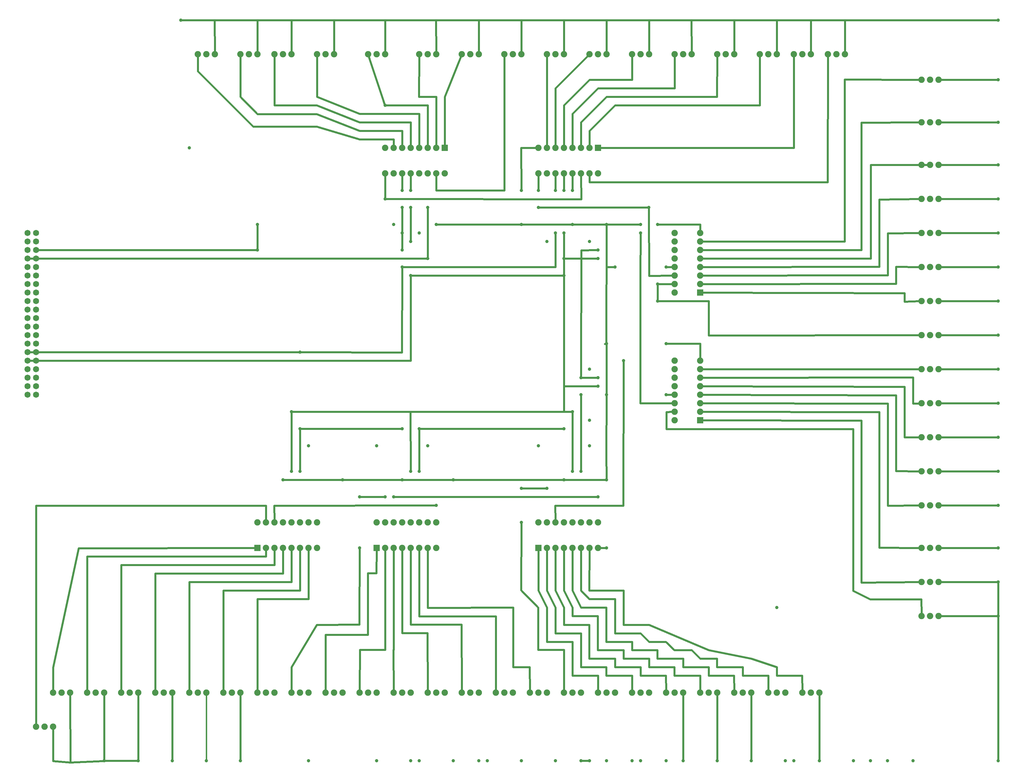
<source format=gtl>
G04 MADE WITH FRITZING*
G04 WWW.FRITZING.ORG*
G04 DOUBLE SIDED*
G04 HOLES PLATED*
G04 CONTOUR ON CENTER OF CONTOUR VECTOR*
%ASAXBY*%
%FSLAX23Y23*%
%MOIN*%
%OFA0B0*%
%SFA1.0B1.0*%
%ADD10C,0.039370*%
%ADD11C,0.075000*%
%ADD12C,0.071889*%
%ADD13C,0.071917*%
%ADD14R,0.075000X0.075000*%
%ADD15C,0.024000*%
%ADD16C,0.016000*%
%LNCOPPER1*%
G90*
G70*
G54D10*
X4844Y9248D03*
X4744Y8948D03*
X4544Y8948D03*
X2844Y9048D03*
X2844Y8748D03*
X4644Y9448D03*
X4644Y9248D03*
X4644Y8848D03*
X4644Y8448D03*
X4544Y9448D03*
X4544Y9248D03*
X4544Y8748D03*
X4544Y8548D03*
X4444Y9048D03*
X4944Y9048D03*
X5944Y9448D03*
X5944Y9048D03*
X6544Y9448D03*
X6544Y9048D03*
X6944Y9048D03*
X7644Y8548D03*
X7044Y8548D03*
X6944Y7648D03*
X7644Y7648D03*
X6944Y7048D03*
X7644Y7048D03*
X6944Y5248D03*
X6444Y6048D03*
X5144Y6048D03*
X6744Y6748D03*
X6744Y6448D03*
X6144Y6448D03*
X4844Y6448D03*
X4244Y6448D03*
X3444Y6448D03*
X4844Y8648D03*
X6444Y9448D03*
X6444Y8448D03*
X6444Y8948D03*
X6444Y8648D03*
X6844Y8648D03*
X6844Y7148D03*
X4644Y6148D03*
X3244Y6148D03*
X6344Y9448D03*
X6344Y8948D03*
X3344Y7548D03*
X3344Y6648D03*
X3344Y6148D03*
X4744Y6648D03*
X4544Y6648D03*
X6644Y7048D03*
X6444Y6648D03*
X6544Y6148D03*
X6644Y6148D03*
X6844Y8748D03*
X6644Y7248D03*
X6844Y7248D03*
X6144Y9448D03*
X6144Y9248D03*
X7442Y9249D03*
X7544Y9048D03*
X7344Y9048D03*
X7544Y8348D03*
X7544Y8148D03*
X6944Y6048D03*
X4544Y6048D03*
X4744Y6148D03*
X4444Y5848D03*
X3144Y6048D03*
X4344Y5848D03*
X4044Y5848D03*
X4044Y5248D03*
X6244Y5948D03*
X5944Y5948D03*
X5944Y5548D03*
G54D11*
X4244Y5248D03*
X4244Y5548D03*
X4344Y5248D03*
X4344Y5548D03*
X4444Y5248D03*
X4444Y5548D03*
X4544Y5248D03*
X4544Y5548D03*
X4644Y5248D03*
X4644Y5548D03*
X4744Y5248D03*
X4744Y5548D03*
X4844Y5248D03*
X4844Y5548D03*
X4944Y5248D03*
X4944Y5548D03*
X6144Y5248D03*
X6144Y5548D03*
X6244Y5248D03*
X6244Y5548D03*
X6344Y5248D03*
X6344Y5548D03*
X6444Y5248D03*
X6444Y5548D03*
X6544Y5248D03*
X6544Y5548D03*
X6644Y5248D03*
X6644Y5548D03*
X6744Y5248D03*
X6744Y5548D03*
X6844Y5248D03*
X6844Y5548D03*
X8044Y6748D03*
X7744Y6748D03*
X8044Y6848D03*
X7744Y6848D03*
X8044Y6948D03*
X7744Y6948D03*
X8044Y7048D03*
X7744Y7048D03*
X8044Y7148D03*
X7744Y7148D03*
X8044Y7248D03*
X7744Y7248D03*
X8044Y7348D03*
X7744Y7348D03*
X8044Y7448D03*
X7744Y7448D03*
X8044Y8248D03*
X7744Y8248D03*
X8044Y8348D03*
X7744Y8348D03*
X8044Y8448D03*
X7744Y8448D03*
X8044Y8548D03*
X7744Y8548D03*
X8044Y8648D03*
X7744Y8648D03*
X8044Y8748D03*
X7744Y8748D03*
X8044Y8848D03*
X7744Y8848D03*
X8044Y8948D03*
X7744Y8948D03*
X6844Y9948D03*
X6844Y9648D03*
X6744Y9948D03*
X6744Y9648D03*
X6644Y9948D03*
X6644Y9648D03*
X6544Y9948D03*
X6544Y9648D03*
X6444Y9948D03*
X6444Y9648D03*
X6344Y9948D03*
X6344Y9648D03*
X6244Y9948D03*
X6244Y9648D03*
X6144Y9948D03*
X6144Y9648D03*
X5044Y9948D03*
X5044Y9648D03*
X4944Y9948D03*
X4944Y9648D03*
X4844Y9948D03*
X4844Y9648D03*
X4744Y9948D03*
X4744Y9648D03*
X4644Y9948D03*
X4644Y9648D03*
X4544Y9948D03*
X4544Y9648D03*
X4444Y9948D03*
X4444Y9648D03*
X4344Y9948D03*
X4344Y9648D03*
G54D10*
X4344Y10448D03*
X8944Y4548D03*
X4344Y9348D03*
X6744Y8848D03*
X7344Y8948D03*
X3244Y6848D03*
X7144Y7448D03*
X6844Y5848D03*
G54D11*
X2844Y5248D03*
X2844Y5548D03*
X2944Y5248D03*
X2944Y5548D03*
X3044Y5248D03*
X3044Y5548D03*
X3144Y5248D03*
X3144Y5548D03*
X3244Y5248D03*
X3244Y5548D03*
X3344Y5248D03*
X3344Y5548D03*
X3444Y5248D03*
X3444Y5548D03*
X3544Y5248D03*
X3544Y5548D03*
G54D10*
X3844Y6048D03*
X4944Y5748D03*
G54D11*
X3244Y3548D03*
X3344Y3548D03*
X3444Y3548D03*
X2444Y3548D03*
X2544Y3548D03*
X2644Y3548D03*
X2044Y3548D03*
X2144Y3548D03*
X2244Y3548D03*
X1644Y3548D03*
X1744Y3548D03*
X1844Y3548D03*
X244Y3148D03*
X344Y3148D03*
X444Y3148D03*
X2844Y3548D03*
X2944Y3548D03*
X3044Y3548D03*
X5244Y3548D03*
X5344Y3548D03*
X5444Y3548D03*
X3644Y3548D03*
X3744Y3548D03*
X3844Y3548D03*
X4044Y3548D03*
X4144Y3548D03*
X4244Y3548D03*
X4844Y3548D03*
X4944Y3548D03*
X5044Y3548D03*
X4444Y3548D03*
X4544Y3548D03*
X4644Y3548D03*
X10644Y9748D03*
X10744Y9748D03*
X10844Y9748D03*
X10644Y9348D03*
X10744Y9348D03*
X10844Y9348D03*
X10644Y8948D03*
X10744Y8948D03*
X10844Y8948D03*
X10644Y8548D03*
X10744Y8548D03*
X10844Y8548D03*
X10644Y8148D03*
X10744Y8148D03*
X10844Y8148D03*
X10644Y7748D03*
X10744Y7748D03*
X10844Y7748D03*
X10644Y7348D03*
X10744Y7348D03*
X10844Y7348D03*
X10644Y6948D03*
X10744Y6948D03*
X10844Y6948D03*
X10644Y10248D03*
X10744Y10248D03*
X10844Y10248D03*
X10644Y10748D03*
X10744Y10748D03*
X10844Y10748D03*
X10644Y6548D03*
X10744Y6548D03*
X10844Y6548D03*
X10644Y6148D03*
X10744Y6148D03*
X10844Y6148D03*
X10644Y5748D03*
X10744Y5748D03*
X10844Y5748D03*
X10644Y5248D03*
X10744Y5248D03*
X10844Y5248D03*
X10644Y4848D03*
X10744Y4848D03*
X10844Y4848D03*
X10644Y4448D03*
X10744Y4448D03*
X10844Y4448D03*
X3044Y11048D03*
X3144Y11048D03*
X3244Y11048D03*
X3544Y11048D03*
X3644Y11048D03*
X3744Y11048D03*
X4744Y11048D03*
X4844Y11048D03*
X4944Y11048D03*
X5244Y11048D03*
X5344Y11048D03*
X5444Y11048D03*
X5744Y11048D03*
X5844Y11048D03*
X5944Y11048D03*
X6244Y11048D03*
X6344Y11048D03*
X6444Y11048D03*
X6744Y11048D03*
X6844Y11048D03*
X6944Y11048D03*
X7244Y11048D03*
X7344Y11048D03*
X7444Y11048D03*
X7744Y11048D03*
X7844Y11048D03*
X7944Y11048D03*
X8244Y11048D03*
X8344Y11048D03*
X8444Y11048D03*
X8744Y11048D03*
X8844Y11048D03*
X8944Y11048D03*
X9144Y11048D03*
X9244Y11048D03*
X9344Y11048D03*
X9544Y11048D03*
X9644Y11048D03*
X9744Y11048D03*
X2644Y11048D03*
X2744Y11048D03*
X2844Y11048D03*
X2144Y11048D03*
X2244Y11048D03*
X2344Y11048D03*
X4144Y11048D03*
X4244Y11048D03*
X4344Y11048D03*
X5644Y3548D03*
X5744Y3548D03*
X5844Y3548D03*
X1244Y3548D03*
X1344Y3548D03*
X1444Y3548D03*
X9244Y3548D03*
X9344Y3548D03*
X9444Y3548D03*
X8844Y3548D03*
X8944Y3548D03*
X9044Y3548D03*
X6444Y3548D03*
X6544Y3548D03*
X6644Y3548D03*
X6044Y3548D03*
X6144Y3548D03*
X6244Y3548D03*
X7644Y3548D03*
X7744Y3548D03*
X7844Y3548D03*
X6844Y3548D03*
X6944Y3548D03*
X7044Y3548D03*
X7244Y3548D03*
X7344Y3548D03*
X7444Y3548D03*
X8044Y3548D03*
X8144Y3548D03*
X8244Y3548D03*
X8444Y3548D03*
X8544Y3548D03*
X8644Y3548D03*
G54D10*
X11544Y10748D03*
X11544Y10248D03*
X11544Y9748D03*
X11544Y9348D03*
X11544Y8948D03*
X11544Y8548D03*
X11544Y7748D03*
X11544Y8148D03*
X11544Y7348D03*
X11544Y6948D03*
X11544Y6548D03*
X11544Y6148D03*
X11544Y5748D03*
X11544Y11448D03*
X11544Y5248D03*
X11544Y4848D03*
X11544Y4448D03*
X11544Y2748D03*
X10544Y2748D03*
X10244Y2748D03*
X9844Y2748D03*
X9444Y2748D03*
X9144Y2748D03*
X8644Y2748D03*
X8244Y2748D03*
X7244Y2748D03*
X7644Y2748D03*
X7344Y2748D03*
X6944Y2748D03*
X6644Y2748D03*
X5944Y2748D03*
X5444Y2748D03*
X4744Y2748D03*
X3444Y2748D03*
X2644Y2748D03*
X2244Y2748D03*
X1844Y2748D03*
X1444Y2748D03*
X4244Y2748D03*
X4644Y2748D03*
X5144Y2748D03*
X5544Y2748D03*
X6344Y2748D03*
X6744Y2748D03*
X7844Y2748D03*
X9044Y2748D03*
X10044Y2748D03*
X9044Y2748D03*
X6244Y8848D03*
X6744Y7348D03*
X6544Y6848D03*
G54D12*
X144Y8948D03*
X144Y8848D03*
X144Y8748D03*
X144Y8648D03*
G54D13*
X144Y8548D03*
G54D12*
X144Y8448D03*
X144Y8348D03*
X144Y8248D03*
X144Y8148D03*
G54D13*
X144Y8048D03*
G54D12*
X144Y7948D03*
G54D13*
X144Y7848D03*
G54D12*
X144Y7748D03*
X144Y7648D03*
X144Y7548D03*
X144Y7448D03*
G54D13*
X144Y7348D03*
G54D12*
X144Y7248D03*
X144Y7148D03*
X144Y7048D03*
X244Y7048D03*
X244Y7148D03*
X244Y7248D03*
G54D13*
X244Y7348D03*
G54D12*
X244Y7448D03*
X244Y7548D03*
X244Y7648D03*
X244Y7748D03*
G54D13*
X244Y7848D03*
G54D12*
X244Y7948D03*
G54D13*
X244Y8048D03*
G54D12*
X244Y8148D03*
X244Y8248D03*
X244Y8348D03*
X244Y8448D03*
G54D13*
X244Y8548D03*
G54D12*
X244Y8648D03*
X244Y8748D03*
X244Y8848D03*
X244Y8948D03*
G54D11*
X444Y3548D03*
X544Y3548D03*
X644Y3548D03*
X844Y3548D03*
X944Y3548D03*
X1044Y3548D03*
G54D10*
X1044Y2748D03*
X4244Y2748D03*
X2044Y9948D03*
X1944Y11448D03*
G54D14*
X4244Y5248D03*
X6144Y5248D03*
X8044Y6748D03*
X8044Y8248D03*
X6844Y9948D03*
X5044Y9948D03*
X2844Y5248D03*
G54D15*
X2644Y3520D02*
X2644Y2767D01*
G54D16*
D02*
X2244Y3525D02*
X2244Y2762D01*
G54D15*
D02*
X844Y5149D02*
X2944Y5149D01*
D02*
X2944Y5149D02*
X2944Y5220D01*
D02*
X844Y3577D02*
X844Y5149D01*
D02*
X1244Y5049D02*
X3044Y5049D01*
D02*
X3044Y5049D02*
X3044Y5220D01*
D02*
X1244Y3577D02*
X1244Y5049D01*
D02*
X1644Y4948D02*
X3144Y4948D01*
D02*
X3144Y4948D02*
X3144Y5220D01*
D02*
X1644Y3577D02*
X1644Y4948D01*
D02*
X2044Y4848D02*
X3244Y4848D01*
D02*
X3244Y4848D02*
X3244Y5220D01*
D02*
X2044Y3577D02*
X2044Y4848D01*
D02*
X2444Y4748D02*
X3344Y4748D01*
D02*
X3344Y4748D02*
X3344Y5220D01*
D02*
X2444Y3577D02*
X2444Y4748D01*
D02*
X2844Y4648D02*
X3444Y4648D01*
D02*
X3444Y4648D02*
X3444Y5220D01*
D02*
X2844Y3577D02*
X2844Y4648D01*
D02*
X647Y2730D02*
X1025Y2747D01*
D02*
X644Y3520D02*
X647Y2730D01*
D02*
X6663Y2748D02*
X6725Y2748D01*
D02*
X4047Y4051D02*
X4344Y4051D01*
D02*
X4344Y4051D02*
X4344Y4248D01*
D02*
X4344Y4248D02*
X4344Y5220D01*
D02*
X4044Y3577D02*
X4047Y4051D01*
D02*
X4441Y4051D02*
X4444Y4051D01*
D02*
X4444Y4051D02*
X4444Y5220D01*
D02*
X4444Y3577D02*
X4441Y4051D01*
D02*
X4842Y4248D02*
X4544Y4248D01*
D02*
X4544Y4248D02*
X4544Y5220D01*
D02*
X4844Y3577D02*
X4842Y4248D01*
D02*
X5243Y4350D02*
X4644Y4350D01*
D02*
X4644Y4350D02*
X4644Y5220D01*
D02*
X5244Y3577D02*
X5243Y4350D01*
D02*
X5645Y4445D02*
X4744Y4445D01*
D02*
X4744Y4445D02*
X4744Y5220D01*
D02*
X5644Y3577D02*
X5645Y4445D01*
D02*
X6041Y3849D02*
X5847Y3849D01*
D02*
X5847Y3849D02*
X5847Y4549D01*
D02*
X5847Y4549D02*
X4844Y4547D01*
D02*
X4844Y4547D02*
X4844Y5220D01*
D02*
X6044Y3577D02*
X6041Y3849D01*
D02*
X7844Y2767D02*
X7844Y3520D01*
D02*
X8244Y2767D02*
X8244Y3520D01*
D02*
X8644Y2767D02*
X8644Y3520D01*
D02*
X7343Y7750D02*
X7343Y6949D01*
D02*
X7343Y6949D02*
X7545Y6950D01*
D02*
X7343Y8446D02*
X7343Y7750D01*
D02*
X7344Y8929D02*
X7343Y8446D01*
D02*
X7545Y6950D02*
X7715Y6948D01*
D02*
X1044Y2767D02*
X1044Y3520D01*
D02*
X1425Y2748D02*
X1063Y2748D01*
D02*
X1444Y2767D02*
X1444Y3520D01*
D02*
X1844Y2767D02*
X1844Y3520D01*
D02*
X3644Y4228D02*
X4142Y4228D01*
D02*
X4142Y4228D02*
X4142Y4954D01*
D02*
X3644Y3577D02*
X3644Y4228D01*
D02*
X4142Y4954D02*
X4241Y4954D01*
D02*
X4241Y4954D02*
X4244Y5220D01*
D02*
X11544Y2767D02*
X11544Y4429D01*
D02*
X10615Y7348D02*
X8073Y7348D01*
D02*
X10544Y7253D02*
X8073Y7248D01*
D02*
X10544Y6945D02*
X10544Y7253D01*
D02*
X10615Y6947D02*
X10544Y6945D01*
D02*
X10445Y7143D02*
X8073Y7148D01*
D02*
X10445Y6549D02*
X10445Y7143D01*
D02*
X10615Y6548D02*
X10445Y6549D01*
D02*
X8073Y7048D02*
X10346Y7044D01*
D02*
X10346Y7044D02*
X10346Y6153D01*
D02*
X10346Y6153D02*
X10615Y6149D01*
D02*
X10247Y6945D02*
X8073Y6948D01*
D02*
X10247Y5746D02*
X10247Y6945D01*
D02*
X10615Y5748D02*
X10247Y5746D01*
D02*
X10148Y6846D02*
X8073Y6848D01*
D02*
X10148Y5251D02*
X10148Y6846D01*
D02*
X10615Y5248D02*
X10148Y5251D01*
D02*
X9939Y6747D02*
X8073Y6748D01*
D02*
X9939Y4844D02*
X9939Y6747D01*
D02*
X10615Y4848D02*
X9939Y4844D01*
D02*
X11525Y5248D02*
X10873Y5248D01*
D02*
X11525Y5748D02*
X10873Y5748D01*
D02*
X11525Y4848D02*
X10873Y4848D01*
D02*
X11525Y4448D02*
X10873Y4448D01*
D02*
X11544Y4467D02*
X11544Y4829D01*
D02*
X11525Y6148D02*
X10873Y6148D01*
D02*
X11525Y6548D02*
X10873Y6548D01*
D02*
X11525Y6948D02*
X10873Y6948D01*
D02*
X11525Y7348D02*
X10873Y7348D01*
D02*
X11525Y7748D02*
X10873Y7748D01*
D02*
X10445Y8243D02*
X8073Y8248D01*
D02*
X10445Y8144D02*
X10445Y8243D01*
D02*
X10615Y8148D02*
X10445Y8144D01*
D02*
X10346Y8353D02*
X8073Y8348D01*
D02*
X10346Y8551D02*
X10346Y8353D01*
D02*
X10615Y8549D02*
X10346Y8551D01*
D02*
X10049Y8452D02*
X8073Y8448D01*
D02*
X10247Y8452D02*
X10049Y8452D01*
D02*
X10247Y8947D02*
X10247Y8452D01*
D02*
X10615Y8948D02*
X10247Y8947D01*
D02*
X10148Y8551D02*
X8073Y8548D01*
D02*
X10148Y9343D02*
X10148Y8551D01*
D02*
X10615Y9348D02*
X10148Y9343D01*
D02*
X10049Y8650D02*
X8073Y8648D01*
D02*
X10049Y9750D02*
X10049Y8650D01*
D02*
X10715Y9748D02*
X10049Y9750D01*
D02*
X9741Y10751D02*
X9741Y8848D01*
D02*
X9741Y8848D02*
X8073Y8848D01*
D02*
X10615Y10748D02*
X9741Y10751D01*
D02*
X9939Y10245D02*
X9939Y8749D01*
D02*
X9939Y8749D02*
X8073Y8748D01*
D02*
X10615Y10248D02*
X9939Y10245D01*
D02*
X11525Y10748D02*
X10873Y10748D01*
D02*
X11525Y10248D02*
X10873Y10248D01*
D02*
X11525Y9748D02*
X10873Y9748D01*
D02*
X11525Y9348D02*
X10873Y9348D01*
D02*
X11525Y8948D02*
X10873Y8948D01*
D02*
X11525Y8548D02*
X10873Y8548D01*
D02*
X11525Y8148D02*
X10873Y8148D01*
D02*
X4444Y10050D02*
X4045Y10050D01*
D02*
X4045Y10050D02*
X3543Y10200D01*
D02*
X3543Y10200D02*
X2795Y10200D01*
D02*
X2795Y10200D02*
X2144Y10850D01*
D02*
X2144Y10850D02*
X2144Y11020D01*
D02*
X4444Y9977D02*
X4444Y10050D01*
D02*
X4544Y10148D02*
X4045Y10148D01*
D02*
X4045Y10148D02*
X3543Y10347D01*
D02*
X3543Y10347D02*
X2845Y10347D01*
D02*
X2845Y10347D02*
X2644Y10548D01*
D02*
X2644Y10548D02*
X2644Y11020D01*
D02*
X4544Y9977D02*
X4544Y10148D01*
D02*
X4644Y10250D02*
X4644Y9977D01*
D02*
X4045Y10250D02*
X4644Y10250D01*
D02*
X3543Y10450D02*
X4045Y10250D01*
D02*
X3045Y10450D02*
X3543Y10450D01*
D02*
X3044Y11020D02*
X3045Y10450D01*
D02*
X4744Y10348D02*
X4045Y10348D01*
D02*
X4045Y10348D02*
X3544Y10548D01*
D02*
X3544Y10548D02*
X3544Y11020D01*
D02*
X4744Y9977D02*
X4744Y10348D01*
D02*
X4844Y10450D02*
X4844Y9977D01*
D02*
X4343Y10450D02*
X4844Y10450D01*
D02*
X4153Y11021D02*
X4343Y10450D01*
D02*
X4944Y10548D02*
X4743Y10548D01*
D02*
X4743Y10548D02*
X4744Y11020D01*
D02*
X4944Y9977D02*
X4944Y10548D01*
D02*
X5046Y10548D02*
X5234Y11022D01*
D02*
X5044Y9977D02*
X5046Y10548D01*
D02*
X6244Y9977D02*
X6244Y11020D01*
D02*
X6345Y10649D02*
X6724Y11028D01*
D02*
X6344Y9977D02*
X6345Y10649D01*
D02*
X6446Y10450D02*
X6744Y10748D01*
D02*
X6744Y10748D02*
X7246Y10748D01*
D02*
X7246Y10748D02*
X7244Y11020D01*
D02*
X6444Y9977D02*
X6446Y10450D01*
D02*
X6544Y10348D02*
X6846Y10650D01*
D02*
X6846Y10650D02*
X7744Y10650D01*
D02*
X7744Y10650D02*
X7744Y11020D01*
D02*
X6544Y9977D02*
X6544Y10348D01*
D02*
X6646Y10250D02*
X6944Y10548D01*
D02*
X6944Y10548D02*
X8242Y10548D01*
D02*
X8242Y10548D02*
X8244Y11020D01*
D02*
X6644Y9977D02*
X6646Y10250D01*
D02*
X6744Y10148D02*
X7046Y10450D01*
D02*
X7046Y10450D02*
X8744Y10450D01*
D02*
X8744Y10450D02*
X8744Y11020D01*
D02*
X6744Y9977D02*
X6744Y10148D01*
D02*
X9144Y9948D02*
X9144Y11020D01*
D02*
X6873Y9948D02*
X9144Y9948D01*
D02*
X4363Y9348D02*
X6649Y9345D01*
D02*
X6649Y9345D02*
X6645Y9620D01*
D02*
X5744Y9449D02*
X4946Y9449D01*
D02*
X4946Y9449D02*
X4944Y9620D01*
D02*
X5744Y11020D02*
X5744Y9449D01*
D02*
X4344Y9367D02*
X4344Y9620D01*
D02*
X4825Y8648D02*
X177Y8648D01*
D02*
X4844Y9229D02*
X4844Y8667D01*
D02*
X2844Y9029D02*
X2844Y8767D01*
D02*
X4645Y7450D02*
X177Y7448D01*
D02*
X4644Y8429D02*
X4645Y7450D01*
D02*
X4644Y9229D02*
X4644Y8867D01*
D02*
X4644Y9620D02*
X4644Y9467D01*
D02*
X3325Y7548D02*
X177Y7548D01*
D02*
X4543Y7547D02*
X3363Y7548D01*
D02*
X4544Y8529D02*
X4543Y7547D01*
D02*
X4544Y9229D02*
X4544Y8767D01*
D02*
X4544Y9620D02*
X4544Y9467D01*
D02*
X2825Y8748D02*
X277Y8748D01*
D02*
X5943Y9949D02*
X5944Y9467D01*
D02*
X6115Y9948D02*
X5943Y9949D01*
D02*
X5925Y9048D02*
X4963Y9048D01*
D02*
X6525Y9048D02*
X5963Y9048D01*
D02*
X6544Y9620D02*
X6544Y9467D01*
D02*
X7325Y9048D02*
X6963Y9048D01*
D02*
X8044Y9048D02*
X7563Y9048D01*
D02*
X8044Y8977D02*
X8044Y9048D01*
D02*
X6925Y9048D02*
X6563Y9048D01*
D02*
X7663Y8548D02*
X7715Y8548D01*
D02*
X6944Y8548D02*
X7025Y8548D01*
D02*
X6944Y9029D02*
X6944Y8548D01*
D02*
X8044Y7648D02*
X8044Y7477D01*
D02*
X7663Y7648D02*
X8044Y7648D01*
D02*
X6943Y7648D02*
X6925Y7647D01*
D02*
X6944Y9029D02*
X6943Y7648D01*
D02*
X6944Y7067D02*
X6944Y7629D01*
D02*
X7715Y7048D02*
X7663Y7048D01*
D02*
X6943Y6348D02*
X6944Y6067D01*
D02*
X6925Y6048D02*
X6463Y6048D01*
D02*
X6944Y7029D02*
X6943Y6348D01*
D02*
X6844Y3748D02*
X6545Y3748D01*
D02*
X6545Y3748D02*
X6545Y4146D01*
D02*
X6545Y4146D02*
X6244Y4146D01*
D02*
X6244Y4146D02*
X6244Y4548D01*
D02*
X6244Y4548D02*
X6144Y4750D01*
D02*
X6144Y4750D02*
X6144Y5220D01*
D02*
X6844Y3577D02*
X6844Y3748D01*
D02*
X7245Y3748D02*
X6943Y3748D01*
D02*
X6943Y3748D02*
X6943Y3849D01*
D02*
X6943Y3849D02*
X6646Y3849D01*
D02*
X6646Y3849D02*
X6646Y4247D01*
D02*
X6646Y4247D02*
X6344Y4247D01*
D02*
X6344Y4247D02*
X6344Y4548D01*
D02*
X6344Y4548D02*
X6244Y4750D01*
D02*
X6244Y4750D02*
X6244Y5220D01*
D02*
X7244Y3577D02*
X7245Y3748D01*
D02*
X7643Y3748D02*
X7346Y3748D01*
D02*
X7346Y3748D02*
X7346Y3849D01*
D02*
X7346Y3849D02*
X7044Y3849D01*
D02*
X7044Y3849D02*
X7044Y3949D01*
D02*
X7044Y3949D02*
X6742Y3949D01*
D02*
X6742Y3949D02*
X6742Y4347D01*
D02*
X6742Y4347D02*
X6445Y4347D01*
D02*
X6445Y4347D02*
X6445Y4548D01*
D02*
X6445Y4548D02*
X6344Y4750D01*
D02*
X6344Y4750D02*
X6344Y5220D01*
D02*
X7644Y3577D02*
X7643Y3748D01*
D02*
X8045Y3748D02*
X7743Y3748D01*
D02*
X7743Y3748D02*
X7743Y3849D01*
D02*
X7743Y3849D02*
X7446Y3849D01*
D02*
X7446Y3849D02*
X7446Y3949D01*
D02*
X7446Y3949D02*
X7144Y3949D01*
D02*
X7144Y3949D02*
X7144Y4050D01*
D02*
X7144Y4050D02*
X7044Y4050D01*
D02*
X7044Y4050D02*
X6843Y4050D01*
D02*
X6843Y4050D02*
X6843Y4448D01*
D02*
X6843Y4448D02*
X6545Y4448D01*
D02*
X6545Y4448D02*
X6545Y4548D01*
D02*
X6545Y4548D02*
X6445Y4750D01*
D02*
X6445Y4750D02*
X6444Y5220D01*
D02*
X8044Y3577D02*
X8045Y3748D01*
D02*
X8443Y3748D02*
X8146Y3748D01*
D02*
X8146Y3748D02*
X8146Y3849D01*
D02*
X8146Y3849D02*
X7844Y3849D01*
D02*
X7844Y3849D02*
X7844Y3949D01*
D02*
X7844Y3949D02*
X7542Y3949D01*
D02*
X7542Y3949D02*
X7542Y4050D01*
D02*
X7542Y4050D02*
X7245Y4050D01*
D02*
X7245Y4050D02*
X7245Y4146D01*
D02*
X7245Y4146D02*
X6943Y4146D01*
D02*
X6943Y4146D02*
X6943Y4548D01*
D02*
X6943Y4548D02*
X6646Y4548D01*
D02*
X6646Y4548D02*
X6545Y4750D01*
D02*
X6545Y4750D02*
X6544Y5220D01*
D02*
X8444Y3577D02*
X8443Y3748D01*
D02*
X8845Y3748D02*
X8544Y3748D01*
D02*
X8544Y3748D02*
X8544Y3849D01*
D02*
X8544Y3849D02*
X8242Y3849D01*
D02*
X8242Y3849D02*
X8242Y3949D01*
D02*
X8242Y3949D02*
X8045Y3949D01*
D02*
X8045Y3949D02*
X7945Y4050D01*
D02*
X7945Y4050D02*
X7743Y4050D01*
D02*
X7743Y4050D02*
X7643Y4146D01*
D02*
X7643Y4146D02*
X7446Y4146D01*
D02*
X7446Y4146D02*
X7346Y4247D01*
D02*
X7346Y4247D02*
X7044Y4247D01*
D02*
X7044Y4247D02*
X7044Y4649D01*
D02*
X7044Y4649D02*
X6742Y4649D01*
D02*
X6742Y4649D02*
X6646Y4750D01*
D02*
X6646Y4750D02*
X6644Y5220D01*
D02*
X8844Y3577D02*
X8845Y3748D01*
D02*
X9243Y3748D02*
X8946Y3748D01*
D02*
X8946Y3748D02*
X8946Y3849D01*
D02*
X8946Y3849D02*
X8644Y3949D01*
D02*
X8644Y3949D02*
X8146Y4050D01*
D02*
X8146Y4050D02*
X7446Y4347D01*
D02*
X7446Y4347D02*
X7144Y4347D01*
D02*
X7144Y4347D02*
X7144Y4750D01*
D02*
X7144Y4750D02*
X6742Y4750D01*
D02*
X6742Y4750D02*
X6744Y5220D01*
D02*
X9244Y3577D02*
X9243Y3748D01*
D02*
X6925Y5248D02*
X6873Y5248D01*
D02*
X5163Y6048D02*
X6425Y6048D01*
D02*
X4563Y6048D02*
X5125Y6048D01*
D02*
X244Y3748D02*
X244Y5746D01*
D02*
X244Y5746D02*
X2945Y5746D01*
D02*
X2945Y5746D02*
X2944Y5577D01*
D02*
X244Y3177D02*
X244Y3748D01*
D02*
X446Y3748D02*
X446Y3846D01*
D02*
X446Y3846D02*
X745Y5246D01*
D02*
X745Y5246D02*
X2815Y5248D01*
D02*
X444Y3577D02*
X446Y3748D01*
D02*
X6444Y9620D02*
X6444Y9467D01*
D02*
X6425Y8448D02*
X4663Y8448D01*
D02*
X6444Y8629D02*
X6444Y8467D01*
D02*
X6444Y8929D02*
X6444Y8667D01*
D02*
X6825Y8648D02*
X6463Y8648D01*
D02*
X6825Y7148D02*
X6444Y7149D01*
D02*
X6444Y7149D02*
X6444Y8429D01*
D02*
X6544Y6829D02*
X6544Y6167D01*
D02*
X6444Y6848D02*
X6525Y6848D01*
D02*
X6444Y7149D02*
X6444Y6848D01*
D02*
X4644Y6167D02*
X4643Y6848D01*
D02*
X4643Y6848D02*
X6525Y6848D01*
D02*
X3244Y6167D02*
X3244Y6829D01*
D02*
X4643Y6848D02*
X3263Y6848D01*
D02*
X6344Y9467D02*
X6344Y9620D01*
D02*
X6345Y8550D02*
X6344Y8929D01*
D02*
X4563Y8548D02*
X6345Y8550D01*
D02*
X3344Y6167D02*
X3344Y6629D01*
D02*
X4744Y6167D02*
X4744Y6629D01*
D02*
X4525Y6648D02*
X3363Y6648D01*
D02*
X6644Y7029D02*
X6644Y6167D01*
D02*
X4763Y6648D02*
X6425Y6648D01*
D02*
X6825Y8748D02*
X6647Y8747D01*
D02*
X6647Y8747D02*
X6644Y7267D01*
D02*
X6663Y7248D02*
X6825Y7248D01*
D02*
X7446Y8447D02*
X7442Y9230D01*
D02*
X7423Y9249D02*
X6163Y9248D01*
D02*
X6144Y9467D02*
X6144Y9620D01*
D02*
X7715Y8448D02*
X7446Y8447D01*
D02*
X7544Y8167D02*
X7544Y8329D01*
D02*
X7563Y8348D02*
X7715Y8348D01*
D02*
X10642Y4645D02*
X10042Y4645D01*
D02*
X10042Y4645D02*
X9842Y4745D01*
D02*
X9842Y4745D02*
X9842Y6646D01*
D02*
X9842Y6646D02*
X7647Y6646D01*
D02*
X7647Y6646D02*
X7647Y6846D01*
D02*
X7647Y6846D02*
X7715Y6848D01*
D02*
X10644Y4477D02*
X10642Y4645D01*
D02*
X6343Y5746D02*
X7143Y5746D01*
D02*
X7143Y5746D02*
X7144Y7429D01*
D02*
X6344Y5577D02*
X6343Y5746D01*
D02*
X4463Y5848D02*
X6825Y5848D01*
D02*
X3043Y5747D02*
X4925Y5748D01*
D02*
X3044Y5577D02*
X3043Y5747D01*
D02*
X3863Y6048D02*
X4525Y6048D01*
D02*
X3163Y6048D02*
X3825Y6048D01*
D02*
X3245Y3748D02*
X3245Y3850D01*
D02*
X3245Y3850D02*
X3543Y4347D01*
D02*
X3543Y4347D02*
X4043Y4348D01*
D02*
X4043Y4348D02*
X4044Y5229D01*
D02*
X4063Y5848D02*
X4325Y5848D01*
D02*
X3244Y3577D02*
X3245Y3748D01*
D02*
X446Y2747D02*
X444Y3120D01*
D02*
X647Y2730D02*
X446Y2747D01*
D02*
X6445Y4051D02*
X6142Y4051D01*
D02*
X6142Y4051D02*
X6142Y4549D01*
D02*
X6142Y4549D02*
X5941Y4751D01*
D02*
X5941Y4751D02*
X5944Y5529D01*
D02*
X5963Y5948D02*
X6225Y5948D01*
D02*
X6444Y3577D02*
X6445Y4051D01*
D02*
X6744Y9546D02*
X9543Y9546D01*
D02*
X9543Y9546D02*
X9544Y11020D01*
D02*
X6744Y9620D02*
X6744Y9546D01*
D02*
X9444Y2767D02*
X9444Y3520D01*
D02*
X10615Y7748D02*
X8144Y7746D01*
D02*
X8144Y7746D02*
X8144Y8148D01*
D02*
X8144Y8148D02*
X7842Y8148D01*
D02*
X7842Y8148D02*
X7563Y8148D01*
D02*
X6945Y11448D02*
X6944Y11077D01*
D02*
X6444Y11448D02*
X6945Y11448D01*
D02*
X6444Y11077D02*
X6444Y11448D01*
D02*
X6444Y11448D02*
X6444Y11077D01*
D02*
X5944Y11448D02*
X6444Y11448D01*
D02*
X5944Y11077D02*
X5944Y11448D01*
D02*
X7445Y11449D02*
X7444Y11077D01*
D02*
X6944Y11077D02*
X6944Y11449D01*
D02*
X6944Y11449D02*
X7445Y11449D01*
D02*
X8444Y11449D02*
X7943Y11449D01*
D02*
X7943Y11449D02*
X7944Y11077D01*
D02*
X8444Y11077D02*
X8444Y11449D01*
D02*
X9345Y11449D02*
X8945Y11449D01*
D02*
X8945Y11449D02*
X8944Y11077D01*
D02*
X9344Y11077D02*
X9345Y11449D01*
D02*
X9745Y11449D02*
X9744Y11077D01*
D02*
X9345Y11449D02*
X9745Y11449D01*
D02*
X9344Y11077D02*
X9345Y11449D01*
D02*
X9745Y11449D02*
X9744Y11077D01*
D02*
X11525Y11448D02*
X9745Y11449D01*
D02*
X8945Y11449D02*
X8944Y11077D01*
D02*
X8444Y11077D02*
X8444Y11449D01*
D02*
X8444Y11449D02*
X8945Y11449D01*
D02*
X7943Y11449D02*
X7944Y11077D01*
D02*
X7445Y11449D02*
X7943Y11449D01*
D02*
X7444Y11077D02*
X7445Y11449D01*
D02*
X5945Y11449D02*
X5944Y11077D01*
D02*
X5444Y11077D02*
X5444Y11449D01*
D02*
X5444Y11449D02*
X5945Y11449D01*
D02*
X2844Y11449D02*
X2343Y11449D01*
D02*
X2343Y11449D02*
X2344Y11077D01*
D02*
X2844Y11077D02*
X2844Y11449D01*
D02*
X3745Y11449D02*
X3244Y11449D01*
D02*
X3244Y11449D02*
X3244Y11077D01*
D02*
X3744Y11077D02*
X3745Y11449D01*
D02*
X3244Y11449D02*
X3244Y11077D01*
D02*
X2844Y11077D02*
X2844Y11449D01*
D02*
X2844Y11449D02*
X3244Y11449D01*
D02*
X4344Y11449D02*
X3745Y11449D01*
D02*
X3745Y11449D02*
X3744Y11077D01*
D02*
X4344Y11077D02*
X4344Y11449D01*
D02*
X4344Y11449D02*
X4344Y11077D01*
D02*
X4943Y11449D02*
X4344Y11449D01*
D02*
X4944Y11077D02*
X4943Y11449D01*
D02*
X4943Y11449D02*
X5444Y11449D01*
D02*
X4944Y11077D02*
X4943Y11449D01*
D02*
X5444Y11449D02*
X5444Y11077D01*
D02*
X1963Y11448D02*
X2343Y11449D01*
D02*
X2343Y11449D02*
X2344Y11077D01*
G04 End of Copper1*
M02*
</source>
